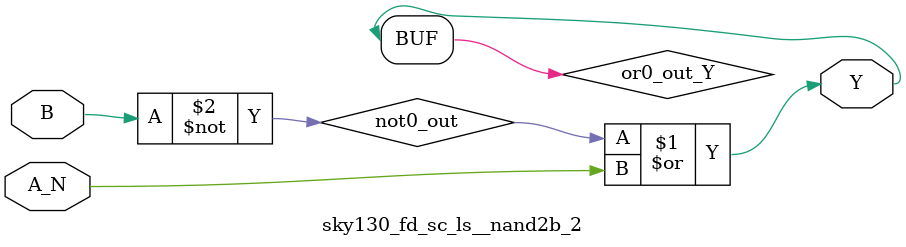
<source format=v>
/*
 * Copyright 2020 The SkyWater PDK Authors
 *
 * Licensed under the Apache License, Version 2.0 (the "License");
 * you may not use this file except in compliance with the License.
 * You may obtain a copy of the License at
 *
 *     https://www.apache.org/licenses/LICENSE-2.0
 *
 * Unless required by applicable law or agreed to in writing, software
 * distributed under the License is distributed on an "AS IS" BASIS,
 * WITHOUT WARRANTIES OR CONDITIONS OF ANY KIND, either express or implied.
 * See the License for the specific language governing permissions and
 * limitations under the License.
 *
 * SPDX-License-Identifier: Apache-2.0
*/


`ifndef SKY130_FD_SC_LS__NAND2B_2_FUNCTIONAL_V
`define SKY130_FD_SC_LS__NAND2B_2_FUNCTIONAL_V

/**
 * nand2b: 2-input NAND, first input inverted.
 *
 * Verilog simulation functional model.
 */

`timescale 1ns / 1ps
`default_nettype none

`celldefine
module sky130_fd_sc_ls__nand2b_2 (
    Y  ,
    A_N,
    B
);

    // Module ports
    output Y  ;
    input  A_N;
    input  B  ;

    // Local signals
    wire not0_out ;
    wire or0_out_Y;

    //  Name  Output     Other arguments
    not not0 (not0_out , B              );
    or  or0  (or0_out_Y, not0_out, A_N  );
    buf buf0 (Y        , or0_out_Y      );

endmodule
`endcelldefine

`default_nettype wire
`endif  // SKY130_FD_SC_LS__NAND2B_2_FUNCTIONAL_V

</source>
